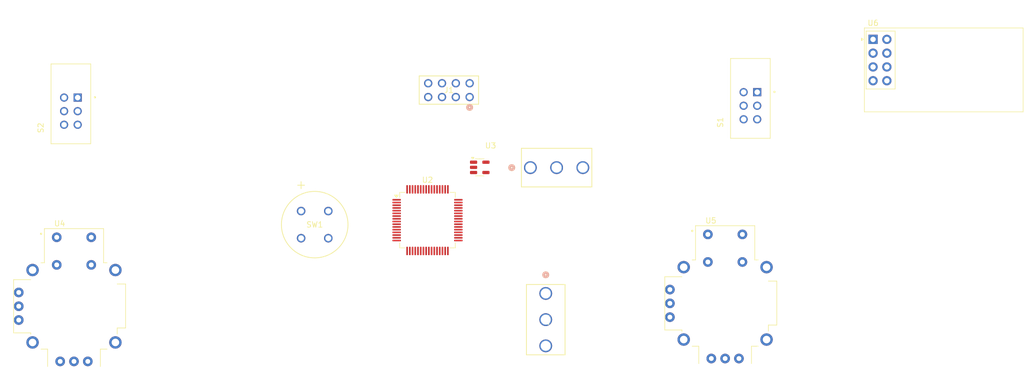
<source format=kicad_pcb>
(kicad_pcb (version 20240108) (generator "pcbnew") (generator_version "8.0")
  (layers (0 "F.Cu" signal) (31 "B.Cu" signal) (34 "B.Paste" user) (35 "F.Paste" user) (36 "B.SilkS" user "B.Silkscreen") (37 "F.SilkS" user "F.Silkscreen") (38 "B.Mask" user) (39 "F.Mask" user) (44 "Edge.Cuts" user))
  (net 0 "")
  (net 1 "GND")
  (net 4 "SPI1_MOSI")
  (net 9 "SPI1_SCK")
  (net 10 "SPI1_CSN")
  (net 11 "SPI1_MISO")
  (net 13 "Sw_2")
  (net 14 "Sw_3")
  (net 16 "Net-(U2-BOOT0)")
  (net 19 "SWDIO")
  (net 20 "SWCLK")
  (net 22 "NRST")
  (net 31 "Sw_1")
  (net 58 "V_in")
  (net 59 "+3.3V")
  (net 60 "V_Joystick2")
  (net 61 "H_Joystick2")
  (net 64 "SEL_Joystick2")
  (net 67 "NRF_IRQ")
  (net 68 "NRF_CE")
  (net 71 "V_Joystick1")
  (net 74 "SEL_Joystick1")
  (net 75 "H_Joystick1")
  (net 76 "V_Batt")
  (footprint "RF_Module:nRF24L01_Breakout" (layer "F.Cu") (at 256.2105 20.375)
    (property "Reference" "U6" (at 0 -3 0) (layer "F.SilkS"))
    (property "Value" "NRF24L01_Breakout")
    (fp_line (start -1.6 -2.1) (end -1.6 -2.1) (stroke (width 0.12)) (layer "F.SilkS"))
    (fp_line (start -1.6 -2.1) (end 27.6 -2.1) (stroke (width 0.12)) (layer "F.SilkS"))
    (fp_line (start -1.6 13.35) (end -1.6 -2.1) (stroke (width 0.12)) (layer "F.SilkS"))
    (fp_line (start -1.27 -1.524) (end -1.27 -1.524) (stroke (width 0.12)) (layer "F.SilkS"))
    (fp_line (start -1.27 -1.524) (end 4.064 -1.524) (stroke (width 0.12)) (layer "F.SilkS"))
    (fp_line (start -1.27 9.144) (end -1.27 -1.524) (stroke (width 0.12)) (layer "F.SilkS"))
    (fp_line (start -1.27 9.144) (end -1.27 9.144) (stroke (width 0.12)) (layer "F.SilkS"))
    (fp_line (start 4.064 -1.524) (end 4.064 9.144) (stroke (width 0.12)) (layer "F.SilkS"))
    (fp_line (start 4.064 9.144) (end -1.27 9.144) (stroke (width 0.12)) (layer "F.SilkS"))
    (fp_line (start 27.6 -2.1) (end 27.6 13.35) (stroke (width 0.12)) (layer "F.SilkS"))
    (fp_line (start 27.6 13.35) (end -1.6 13.35) (stroke (width 0.12)) (layer "F.SilkS"))
    (fp_poly (pts (xy -1.8 0) (xy -2.136 0.24) (xy -2.136 -0.24) (xy -1.8 0)) (stroke (width 0.12)) (fill solid) (layer "F.SilkS"))
    (pad "1" thru_hole rect (at 0 0) (size 1.7 1.7) (drill 1) (layers "*.Cu" "*.Mask") (net 1 "GND"))
    (pad "2" thru_hole circle (at 2.54 0) (size 1.7 1.7) (drill 1) (layers "*.Cu" "*.Mask") (net 59 "+3.3V"))
    (pad "3" thru_hole circle (at 0 2.54) (size 1.7 1.7) (drill 1) (layers "*.Cu" "*.Mask") (net 68 "NRF_CE"))
    (pad "4" thru_hole circle (at 2.54 2.54) (size 1.7 1.7) (drill 1) (layers "*.Cu" "*.Mask") (net 10 "SPI1_CSN"))
    (pad "5" thru_hole circle (at 0 5.08) (size 1.7 1.7) (drill 1) (layers "*.Cu" "*.Mask") (net 9 "SPI1_SCK"))
    (pad "6" thru_hole circle (at 2.54 5.08) (size 1.7 1.7) (drill 1) (layers "*.Cu" "*.Mask") (net 4 "SPI1_MOSI"))
    (pad "7" thru_hole circle (at 0 7.62) (size 1.7 1.7) (drill 1) (layers "*.Cu" "*.Mask") (net 11 "SPI1_MISO"))
    (pad "8" thru_hole circle (at 2.54 7.62) (size 1.7 1.7) (drill 1) (layers "*.Cu" "*.Mask") (net 67 "NRF_IRQ"))
  )
  (footprint "footprints:ANT13SEC_CRS" (layer "F.Cu") (at 193.174 44)
    (property "Reference" "U1" (at 4.826 0 0) (layer "F.SilkS"))
    (property "Value" "ANT13SECQE")
    (fp_circle (center -3.429 0) (end -3.048 0) (stroke (width 0.508)) (fill none) (layer "B.SilkS"))
    (fp_line (start -1.651 -3.556) (end -1.651 3.556) (stroke (width 0.1524)) (layer "F.SilkS"))
    (fp_line (start -1.651 3.556) (end 11.303 3.556) (stroke (width 0.1524)) (layer "F.SilkS"))
    (fp_line (start 11.303 -3.556) (end -1.651 -3.556) (stroke (width 0.1524)) (layer "F.SilkS"))
    (fp_line (start 11.303 3.556) (end 11.303 -3.556) (stroke (width 0.1524)) (layer "F.SilkS"))
    (fp_circle (center -3.429 0) (end -3.048 0) (stroke (width 0.508)) (fill none) (layer "F.SilkS"))
    (pad "1" thru_hole circle (at 0 0) (size 2.3622 2.3622) (drill 1.8542) (layers "*.Cu" "*.Mask") (net 76 "V_Batt"))
    (pad "2" thru_hole circle (at 4.826 0) (size 2.3622 2.3622) (drill 1.8542) (layers "*.Cu" "*.Mask") (net 58 "V_in"))
    (pad "3" thru_hole circle (at 9.652 0) (size 2.3622 2.3622) (drill 1.8542) (layers "*.Cu" "*.Mask"))
  )
  (footprint "footprints:XDCR_COM-09032" (layer "F.Cu") (at 109.22 69.5325)
    (property "Reference" "U4" (at -2.625 -15.235 0) (layer "F.SilkS"))
    (property "Value" "COM-09032")
    (fp_line (start -11.1 -4.9) (end -7.95 -4.9) (stroke (width 0.127)) (layer "F.SilkS"))
    (fp_line (start -11.1 4.9) (end -11.1 -4.9) (stroke (width 0.127)) (layer "F.SilkS"))
    (fp_line (start -7.95 4.9) (end -11.1 4.9) (stroke (width 0.127)) (layer "F.SilkS"))
    (fp_line (start -7.95 5.17) (end -7.95 4.9) (stroke (width 0.127)) (layer "F.SilkS"))
    (fp_line (start -6.07 -8) (end -5.45 -8) (stroke (width 0.127)) (layer "F.SilkS"))
    (fp_line (start -5.45 -14.3) (end 5.45 -14.3) (stroke (width 0.127)) (layer "F.SilkS"))
    (fp_line (start -5.45 -8) (end -5.45 -14.3) (stroke (width 0.127)) (layer "F.SilkS"))
    (fp_line (start -4.85 7.9) (end -6.07 7.9) (stroke (width 0.127)) (layer "F.SilkS"))
    (fp_line (start -4.85 11.1) (end -4.85 7.9) (stroke (width 0.127)) (layer "F.SilkS"))
    (fp_line (start 4.85 7.9) (end 4.85 11.1) (stroke (width 0.127)) (layer "F.SilkS"))
    (fp_line (start 5.45 -14.3) (end 5.45 -8) (stroke (width 0.127)) (layer "F.SilkS"))
    (fp_line (start 5.45 -8) (end 6.08 -8) (stroke (width 0.127)) (layer "F.SilkS"))
    (fp_line (start 6.08 7.9) (end 4.85 7.9) (stroke (width 0.127)) (layer "F.SilkS"))
    (fp_line (start 7.95 -4.1) (end 9.5 -4.1) (stroke (width 0.127)) (layer "F.SilkS"))
    (fp_line (start 7.95 4) (end 7.95 5.12) (stroke (width 0.127)) (layer "F.SilkS"))
    (fp_line (start 9.5 -4.1) (end 9.5 4) (stroke (width 0.127)) (layer "F.SilkS"))
    (fp_line (start 9.5 4) (end 7.95 4) (stroke (width 0.127)) (layer "F.SilkS"))
    (fp_circle (center -6.05 -13.35) (end -5.95 -13.35) (stroke (width 0.2)) (fill none) (layer "F.SilkS"))
    (pad "B1A" thru_hole circle (at -3.175 -12.7) (size 1.778 1.778) (drill 0.9) (layers "*.Cu" "*.Mask") (net 74 "SEL_Joystick1"))
    (pad "B1B" thru_hole circle (at 3.175 -12.7) (size 1.778 1.778) (drill 0.9) (layers "*.Cu" "*.Mask"))
    (pad "B2A" thru_hole circle (at -3.175 -7.62) (size 1.778 1.778) (drill 0.9) (layers "*.Cu" "*.Mask") (net 1 "GND"))
    (pad "B2B" thru_hole circle (at 3.175 -7.62) (size 1.778 1.778) (drill 0.9) (layers "*.Cu" "*.Mask"))
    (pad "H1" thru_hole circle (at -2.54 10.16) (size 1.778 1.778) (drill 0.889) (layers "*.Cu" "*.Mask") (net 59 "+3.3V"))
    (pad "H2" thru_hole circle (at 0 10.16) (size 1.778 1.778) (drill 0.889) (layers "*.Cu" "*.Mask") (net 75 "H_Joystick1"))
    (pad "H3" thru_hole circle (at 2.54 10.16) (size 1.778 1.778) (drill 0.889) (layers "*.Cu" "*.Mask") (net 1 "GND"))
    (pad "S1" thru_hole circle (at -7.62 -6.6675) (size 2.286 2.286) (drill 1.397) (layers "*.Cu" "*.Mask"))
    (pad "S2" thru_hole circle (at -7.62 6.6675) (size 2.286 2.286) (drill 1.397) (layers "*.Cu" "*.Mask"))
    (pad "S3" thru_hole circle (at 7.62 6.6675) (size 2.286 2.286) (drill 1.397) (layers "*.Cu" "*.Mask"))
    (pad "S4" thru_hole circle (at 7.62 -6.6675) (size 2.286 2.286) (drill 1.397) (layers "*.Cu" "*.Mask"))
    (pad "V1" thru_hole circle (at -10.16 -2.54) (size 1.778 1.778) (drill 0.889) (layers "*.Cu" "*.Mask") (net 59 "+3.3V"))
    (pad "V2" thru_hole circle (at -10.16 0) (size 1.778 1.778) (drill 0.889) (layers "*.Cu" "*.Mask") (net 71 "V_Joystick1"))
    (pad "V3" thru_hole circle (at -10.16 2.54) (size 1.778 1.778) (drill 0.889) (layers "*.Cu" "*.Mask") (net 1 "GND"))
  )
  (footprint "Package_TO_SOT_SMD:SOT-23-5" (layer "F.Cu") (at 183.8625 43.95)
    (property "Reference" "U3" (at 2 -4 0) (layer "F.SilkS"))
    (property "Value" "MIC5205-3.3YM5" (hide yes))
    (fp_line (start 0 -1.56) (end -0.8 -1.56) (stroke (width 0.12)) (layer "F.SilkS"))
    (fp_line (start 0 -1.56) (end 0.8 -1.56) (stroke (width 0.12)) (layer "F.SilkS"))
    (fp_line (start 0 1.56) (end -0.8 1.56) (stroke (width 0.12)) (layer "F.SilkS"))
    (fp_line (start 0 1.56) (end 0.8 1.56) (stroke (width 0.12)) (layer "F.SilkS"))
    (fp_poly (pts (xy -1.3 -1.51) (xy -1.54 -1.84) (xy -1.06 -1.84) (xy -1.3 -1.51)) (stroke (width 0.12)) (fill solid) (layer "F.SilkS"))
    (pad "1" smd roundrect (at -1.1375 -0.95) (size 1.325 0.6) (layers "F.Cu" "F.Paste" "F.Mask") (net 58 "V_in"))
    (pad "2" smd roundrect (at -1.1375 0) (size 1.325 0.6) (layers "F.Cu" "F.Paste" "F.Mask") (net 1 "GND"))
    (pad "3" smd roundrect (at -1.1375 0.95) (size 1.325 0.6) (layers "F.Cu" "F.Paste" "F.Mask") (net 58 "V_in"))
    (pad "4" smd roundrect (at 1.1375 0.95) (size 1.325 0.6) (layers "F.Cu" "F.Paste" "F.Mask"))
    (pad "5" smd roundrect (at 1.1375 -0.95) (size 1.325 0.6) (layers "F.Cu" "F.Paste" "F.Mask") (net 59 "+3.3V"))
  )
  (footprint "KiCAD libraries:SW_PBH2UOANAGX" (layer "F.Cu") (at 233.65 31.25 90)
    (property "Reference" "S1" (at -4.425 -5.535 90) (layer "F.SilkS"))
    (property "Value" "PBH2UOANAGX")
    (fp_line (start 7.35 -3.65) (end -7.35 -3.65) (stroke (width 0.127)) (layer "F.SilkS"))
    (fp_line (start -7.35 -3.65) (end -7.35 3.65) (stroke (width 0.127)) (layer "F.SilkS"))
    (fp_line (start 7.35 3.65) (end 7.35 -3.65) (stroke (width 0.127)) (layer "F.SilkS"))
    (fp_line (start -7.35 3.65) (end 7.35 3.65) (stroke (width 0.127)) (layer "F.SilkS"))
    (fp_circle (center 1.201 4.425) (end 1.301 4.425) (stroke (width 0.2)) (fill none) (layer "F.SilkS"))
    (pad "1" thru_hole rect (at 1.15 1.25 90) (size 1.508 1.508) (drill 1) (layers "*.Cu" "*.Mask") (net 1 "GND"))
    (pad "2" thru_hole circle (at -1.35 1.25 90) (size 1.508 1.508) (drill 1) (layers "*.Cu" "*.Mask") (net 13 "Sw_2"))
    (pad "3" thru_hole circle (at -3.85 1.25 90) (size 1.508 1.508) (drill 1) (layers "*.Cu" "*.Mask") (net 59 "+3.3V"))
    (pad "4" thru_hole circle (at 1.15 -1.25 90) (size 1.508 1.508) (drill 1) (layers "*.Cu" "*.Mask") (net 1 "GND"))
    (pad "5" thru_hole circle (at -1.35 -1.25 90) (size 1.508 1.508) (drill 1) (layers "*.Cu" "*.Mask") (net 13 "Sw_2"))
    (pad "6" thru_hole circle (at -3.85 -1.25 90) (size 1.508 1.508) (drill 1) (layers "*.Cu" "*.Mask") (net 59 "+3.3V"))
  )
  (footprint "footprints:CON8_2X4_TU_SSQ" (layer "F.Cu") (at 178.19 29.73)
    (property "Reference" "J1" (at 0 0 0) (layer "F.SilkS"))
    (property "Value" "SSW-104-01-T-D-LL")
    (fp_circle (center 3.81 3.175) (end 4.191 3.175) (stroke (width 0.508)) (fill none) (layer "B.SilkS"))
    (fp_line (start -5.461 -2.6162) (end -5.461 2.5908) (stroke (width 0.1524)) (layer "F.SilkS"))
    (fp_line (start -5.461 2.5908) (end 5.461 2.5908) (stroke (width 0.1524)) (layer "F.SilkS"))
    (fp_line (start 5.461 -2.6162) (end -5.461 -2.6162) (stroke (width 0.1524)) (layer "F.SilkS"))
    (fp_line (start 5.461 2.5908) (end 5.461 -2.6162) (stroke (width 0.1524)) (layer "F.SilkS"))
    (fp_circle (center 3.81 3.175) (end 4.191 3.175) (stroke (width 0.508)) (fill none) (layer "F.SilkS"))
    (pad "1" thru_hole circle (at 3.81 1.27 90) (size 1.524 1.524) (drill 1.016) (layers "*.Cu" "*.Mask") (net 1 "GND"))
    (pad "2" thru_hole circle (at 3.81 -1.27 90) (size 1.524 1.524) (drill 1.016) (layers "*.Cu" "*.Mask") (net 59 "+3.3V"))
    (pad "3" thru_hole circle (at 1.27 1.27 90) (size 1.524 1.524) (drill 1.016) (layers "*.Cu" "*.Mask") (net 68 "NRF_CE"))
    (pad "4" thru_hole circle (at 1.27 -1.27 90) (size 1.524 1.524) (drill 1.016) (layers "*.Cu" "*.Mask") (net 10 "SPI1_CSN"))
    (pad "5" thru_hole circle (at -1.27 1.27 90) (size 1.524 1.524) (drill 1.016) (layers "*.Cu" "*.Mask") (net 9 "SPI1_SCK"))
    (pad "6" thru_hole circle (at -1.27 -1.27 90) (size 1.524 1.524) (drill 1.016) (layers "*.Cu" "*.Mask") (net 4 "SPI1_MOSI"))
    (pad "7" thru_hole circle (at -3.81 1.27 90) (size 1.524 1.524) (drill 1.016) (layers "*.Cu" "*.Mask") (net 11 "SPI1_MISO"))
    (pad "8" thru_hole circle (at -3.81 -1.27 90) (size 1.524 1.524) (drill 1.016) (layers "*.Cu" "*.Mask") (net 67 "NRF_IRQ"))
  )
  (footprint "Package_QFP:LQFP-64_10x10mm_P0.5mm" (layer "F.Cu") (at 174.25 53.675)
    (property "Reference" "U2" (at 0 -7.4 0) (layer "F.SilkS"))
    (property "Value" "STM32F030R8Tx")
    (fp_line (start -5.11 -5.11) (end -5.11 -4.16) (stroke (width 0.12)) (layer "F.SilkS"))
    (fp_line (start -5.11 5.11) (end -5.11 4.16) (stroke (width 0.12)) (layer "F.SilkS"))
    (fp_line (start -4.16 -5.11) (end -5.11 -5.11) (stroke (width 0.12)) (layer "F.SilkS"))
    (fp_line (start -4.16 5.11) (end -5.11 5.11) (stroke (width 0.12)) (layer "F.SilkS"))
    (fp_line (start 4.16 -5.11) (end 5.11 -5.11) (stroke (width 0.12)) (layer "F.SilkS"))
    (fp_line (start 4.16 5.11) (end 5.11 5.11) (stroke (width 0.12)) (layer "F.SilkS"))
    (fp_line (start 5.11 -5.11) (end 5.11 -4.16) (stroke (width 0.12)) (layer "F.SilkS"))
    (fp_line (start 5.11 5.11) (end 5.11 4.16) (stroke (width 0.12)) (layer "F.SilkS"))
    (fp_poly (pts (xy -5.725 -4.16) (xy -6.065 -4.63) (xy -5.385 -4.63) (xy -5.725 -4.16)) (stroke (width 0.12)) (fill solid) (layer "F.SilkS"))
    (pad "1" smd roundrect (at -5.675 -3.75) (size 1.55 0.3) (layers "F.Cu" "F.Paste" "F.Mask"))
    (pad "2" smd roundrect (at -5.675 -3.25) (size 1.55 0.3) (layers "F.Cu" "F.Paste" "F.Mask"))
    (pad "3" smd roundrect (at -5.675 -2.75) (size 1.55 0.3) (layers "F.Cu" "F.Paste" "F.Mask"))
    (pad "4" smd roundrect (at -5.675 -2.25) (size 1.55 0.3) (layers "F.Cu" "F.Paste" "F.Mask"))
    (pad "5" smd roundrect (at -5.675 -1.75) (size 1.55 0.3) (layers "F.Cu" "F.Paste" "F.Mask"))
    (pad "6" smd roundrect (at -5.675 -1.25) (size 1.55 0.3) (layers "F.Cu" "F.Paste" "F.Mask"))
    (pad "7" smd roundrect (at -5.675 -0.75) (size 1.55 0.3) (layers "F.Cu" "F.Paste" "F.Mask") (net 22 "NRST"))
    (pad "8" smd roundrect (at -5.675 -0.25) (size 1.55 0.3) (layers "F.Cu" "F.Paste" "F.Mask"))
    (pad "9" smd roundrect (at -5.675 0.25) (size 1.55 0.3) (layers "F.Cu" "F.Paste" "F.Mask"))
    (pad "10" smd roundrect (at -5.675 0.75) (size 1.55 0.3) (layers "F.Cu" "F.Paste" "F.Mask"))
    (pad "11" smd roundrect (at -5.675 1.25) (size 1.55 0.3) (layers "F.Cu" "F.Paste" "F.Mask"))
    (pad "12" smd roundrect (at -5.675 1.75) (size 1.55 0.3) (layers "F.Cu" "F.Paste" "F.Mask") (net 1 "GND"))
    (pad "13" smd roundrect (at -5.675 2.25) (size 1.55 0.3) (layers "F.Cu" "F.Paste" "F.Mask"))
    (pad "14" smd roundrect (at -5.675 2.75) (size 1.55 0.3) (layers "F.Cu" "F.Paste" "F.Mask"))
    (pad "15" smd roundrect (at -5.675 3.25) (size 1.55 0.3) (layers "F.Cu" "F.Paste" "F.Mask") (net 31 "Sw_1"))
    (pad "16" smd roundrect (at -5.675 3.75) (size 1.55 0.3) (layers "F.Cu" "F.Paste" "F.Mask") (net 13 "Sw_2"))
    (pad "17" smd roundrect (at -3.75 5.675) (size 0.3 1.55) (layers "F.Cu" "F.Paste" "F.Mask") (net 14 "Sw_3"))
    (pad "18" smd roundrect (at -3.25 5.675) (size 0.3 1.55) (layers "F.Cu" "F.Paste" "F.Mask"))
    (pad "19" smd roundrect (at -2.75 5.675) (size 0.3 1.55) (layers "F.Cu" "F.Paste" "F.Mask"))
    (pad "20" smd roundrect (at -2.25 5.675) (size 0.3 1.55) (layers "F.Cu" "F.Paste" "F.Mask") (net 10 "SPI1_CSN"))
    (pad "21" smd roundrect (at -1.75 5.675) (size 0.3 1.55) (layers "F.Cu" "F.Paste" "F.Mask") (net 9 "SPI1_SCK"))
    (pad "22" smd roundrect (at -1.25 5.675) (size 0.3 1.55) (layers "F.Cu" "F.Paste" "F.Mask") (net 11 "SPI1_MISO"))
    (pad "23" smd roundrect (at -0.75 5.675) (size 0.3 1.55) (layers "F.Cu" "F.Paste" "F.Mask") (net 4 "SPI1_MOSI"))
    (pad "24" smd roundrect (at -0.25 5.675) (size 0.3 1.55) (layers "F.Cu" "F.Paste" "F.Mask"))
    (pad "25" smd roundrect (at 0.25 5.675) (size 0.3 1.55) (layers "F.Cu" "F.Paste" "F.Mask"))
    (pad "26" smd roundrect (at 0.75 5.675) (size 0.3 1.55) (layers "F.Cu" "F.Paste" "F.Mask") (net 64 "SEL_Joystick2"))
    (pad "27" smd roundrect (at 1.25 5.675) (size 0.3 1.55) (layers "F.Cu" "F.Paste" "F.Mask"))
    (pad "28" smd roundrect (at 1.75 5.675) (size 0.3 1.55) (layers "F.Cu" "F.Paste" "F.Mask"))
    (pad "29" smd roundrect (at 2.25 5.675) (size 0.3 1.55) (layers "F.Cu" "F.Paste" "F.Mask"))
    (pad "30" smd roundrect (at 2.75 5.675) (size 0.3 1.55) (layers "F.Cu" "F.Paste" "F.Mask"))
    (pad "31" smd roundrect (at 3.25 5.675) (size 0.3 1.55) (layers "F.Cu" "F.Paste" "F.Mask") (net 1 "GND"))
    (pad "32" smd roundrect (at 3.75 5.675) (size 0.3 1.55) (layers "F.Cu" "F.Paste" "F.Mask"))
    (pad "33" smd roundrect (at 5.675 3.75) (size 1.55 0.3) (layers "F.Cu" "F.Paste" "F.Mask"))
    (pad "34" smd roundrect (at 5.675 3.25) (size 1.55 0.3) (layers "F.Cu" "F.Paste" "F.Mask"))
    (pad "35" smd roundrect (at 5.675 2.75) (size 1.55 0.3) (layers "F.Cu" "F.Paste" "F.Mask"))
    (pad "36" smd roundrect (at 5.675 2.25) (size 1.55 0.3) (layers "F.Cu" "F.Paste" "F.Mask"))
    (pad "37" smd roundrect (at 5.675 1.75) (size 1.55 0.3) (layers "F.Cu" "F.Paste" "F.Mask"))
    (pad "38" smd roundrect (at 5.675 1.25) (size 1.55 0.3) (layers "F.Cu" "F.Paste" "F.Mask"))
    (pad "39" smd roundrect (at 5.675 0.75) (size 1.55 0.3) (layers "F.Cu" "F.Paste" "F.Mask"))
    (pad "40" smd roundrect (at 5.675 0.25) (size 1.55 0.3) (layers "F.Cu" "F.Paste" "F.Mask"))
    (pad "41" smd roundrect (at 5.675 -0.25) (size 1.55 0.3) (layers "F.Cu" "F.Paste" "F.Mask"))
    (pad "42" smd roundrect (at 5.675 -0.75) (size 1.55 0.3) (layers "F.Cu" "F.Paste" "F.Mask") (net 71 "V_Joystick1"))
    (pad "43" smd roundrect (at 5.675 -1.25) (size 1.55 0.3) (layers "F.Cu" "F.Paste" "F.Mask") (net 75 "H_Joystick1"))
    (pad "44" smd roundrect (at 5.675 -1.75) (size 1.55 0.3) (layers "F.Cu" "F.Paste" "F.Mask") (net 74 "SEL_Joystick1"))
    (pad "45" smd roundrect (at 5.675 -2.25) (size 1.55 0.3) (layers "F.Cu" "F.Paste" "F.Mask") (net 60 "V_Joystick2"))
    (pad "46" smd roundrect (at 5.675 -2.75) (size 1.55 0.3) (layers "F.Cu" "F.Paste" "F.Mask") (net 19 "SWDIO"))
    (pad "47" smd roundrect (at 5.675 -3.25) (size 1.55 0.3) (layers "F.Cu" "F.Paste" "F.Mask"))
    (pad "48" smd roundrect (at 5.675 -3.75) (size 1.55 0.3) (layers "F.Cu" "F.Paste" "F.Mask"))
    (pad "49" smd roundrect (at 3.75 -5.675) (size 0.3 1.55) (layers "F.Cu" "F.Paste" "F.Mask") (net 20 "SWCLK"))
    (pad "50" smd roundrect (at 3.25 -5.675) (size 0.3 1.55) (layers "F.Cu" "F.Paste" "F.Mask") (net 61 "H_Joystick2"))
    (pad "51" smd roundrect (at 2.75 -5.675) (size 0.3 1.55) (layers "F.Cu" "F.Paste" "F.Mask"))
    (pad "52" smd roundrect (at 2.25 -5.675) (size 0.3 1.55) (layers "F.Cu" "F.Paste" "F.Mask"))
    (pad "53" smd roundrect (at 1.75 -5.675) (size 0.3 1.55) (layers "F.Cu" "F.Paste" "F.Mask"))
    (pad "54" smd roundrect (at 1.25 -5.675) (size 0.3 1.55) (layers "F.Cu" "F.Paste" "F.Mask"))
    (pad "55" smd roundrect (at 0.75 -5.675) (size 0.3 1.55) (layers "F.Cu" "F.Paste" "F.Mask"))
    (pad "56" smd roundrect (at 0.25 -5.675) (size 0.3 1.55) (layers "F.Cu" "F.Paste" "F.Mask"))
    (pad "57" smd roundrect (at -0.25 -5.675) (size 0.3 1.55) (layers "F.Cu" "F.Paste" "F.Mask"))
    (pad "58" smd roundrect (at -0.75 -5.675) (size 0.3 1.55) (layers "F.Cu" "F.Paste" "F.Mask"))
    (pad "59" smd roundrect (at -1.25 -5.675) (size 0.3 1.55) (layers "F.Cu" "F.Paste" "F.Mask"))
    (pad "60" smd roundrect (at -1.75 -5.675) (size 0.3 1.55) (layers "F.Cu" "F.Paste" "F.Mask") (net 16 "Net-(U2-BOOT0)"))
    (pad "61" smd roundrect (at -2.25 -5.675) (size 0.3 1.55) (layers "F.Cu" "F.Paste" "F.Mask"))
    (pad "62" smd roundrect (at -2.75 -5.675) (size 0.3 1.55) (layers "F.Cu" "F.Paste" "F.Mask"))
    (pad "63" smd roundrect (at -3.25 -5.675) (size 0.3 1.55) (layers "F.Cu" "F.Paste" "F.Mask") (net 1 "GND"))
    (pad "64" smd roundrect (at -3.75 -5.675) (size 0.3 1.55) (layers "F.Cu" "F.Paste" "F.Mask"))
  )
  (footprint "KiCAD libraries:SW_PBH2UOANAGX" (layer "F.Cu") (at 108.65 32.25 90)
    (property "Reference" "S2" (at -4.425 -5.535 90) (layer "F.SilkS"))
    (property "Value" "PBH2UOANAGX")
    (fp_line (start 7.35 -3.65) (end -7.35 -3.65) (stroke (width 0.127)) (layer "F.SilkS"))
    (fp_line (start -7.35 -3.65) (end -7.35 3.65) (stroke (width 0.127)) (layer "F.SilkS"))
    (fp_line (start 7.35 3.65) (end 7.35 -3.65) (stroke (width 0.127)) (layer "F.SilkS"))
    (fp_line (start -7.35 3.65) (end 7.35 3.65) (stroke (width 0.127)) (layer "F.SilkS"))
    (fp_circle (center 1.201 4.425) (end 1.301 4.425) (stroke (width 0.2)) (fill none) (layer "F.SilkS"))
    (pad "1" thru_hole rect (at 1.15 1.25 90) (size 1.508 1.508) (drill 1) (layers "*.Cu" "*.Mask"))
    (pad "2" thru_hole circle (at -1.35 1.25 90) (size 1.508 1.508) (drill 1) (layers "*.Cu" "*.Mask"))
    (pad "3" thru_hole circle (at -3.85 1.25 90) (size 1.508 1.508) (drill 1) (layers "*.Cu" "*.Mask"))
    (pad "4" thru_hole circle (at 1.15 -1.25 90) (size 1.508 1.508) (drill 1) (layers "*.Cu" "*.Mask"))
    (pad "5" thru_hole circle (at -1.35 -1.25 90) (size 1.508 1.508) (drill 1) (layers "*.Cu" "*.Mask"))
    (pad "6" thru_hole circle (at -3.85 -1.25 90) (size 1.508 1.508) (drill 1) (layers "*.Cu" "*.Mask"))
  )
  (footprint "footprints:ANT13SEC_CRS" (layer "F.Cu") (at 196 67.174 -90)
    (property "Reference" "U7" (at 4.826 0 -90) (layer "F.SilkS"))
    (property "Value" "ANT13SECQE")
    (fp_circle (center -3.429 0) (end -3.048 0) (stroke (width 0.508)) (fill none) (layer "B.SilkS"))
    (fp_line (start -1.651 3.556) (end 11.303 3.556) (stroke (width 0.1524)) (layer "F.SilkS"))
    (fp_line (start 11.303 3.556) (end 11.303 -3.556) (stroke (width 0.1524)) (layer "F.SilkS"))
    (fp_line (start -1.651 -3.556) (end -1.651 3.556) (stroke (width 0.1524)) (layer "F.SilkS"))
    (fp_line (start 11.303 -3.556) (end -1.651 -3.556) (stroke (width 0.1524)) (layer "F.SilkS"))
    (fp_circle (center -3.429 0) (end -3.048 0) (stroke (width 0.508)) (fill none) (layer "F.SilkS"))
    (pad "1" thru_hole circle (at 0 0 270) (size 2.3622 2.3622) (drill 1.8542) (layers "*.Cu" "*.Mask") (net 31 "Sw_1"))
    (pad "2" thru_hole circle (at 4.826 0 270) (size 2.3622 2.3622) (drill 1.8542) (layers "*.Cu" "*.Mask") (net 59 "+3.3V"))
    (pad "3" thru_hole circle (at 9.652 0 270) (size 2.3622 2.3622) (drill 1.8542) (layers "*.Cu" "*.Mask") (net 1 "GND"))
  )
  (footprint "footprints:XDCR_COM-09032" (layer "F.Cu") (at 229 69)
    (property "Reference" "U5" (at -2.625 -15.235 0) (layer "F.SilkS"))
    (property "Value" "COM-09032")
    (fp_line (start -11.1 -4.9) (end -7.95 -4.9) (stroke (width 0.127)) (layer "F.SilkS"))
    (fp_line (start -11.1 4.9) (end -11.1 -4.9) (stroke (width 0.127)) (layer "F.SilkS"))
    (fp_line (start -7.95 4.9) (end -11.1 4.9) (stroke (width 0.127)) (layer "F.SilkS"))
    (fp_line (start -7.95 5.17) (end -7.95 4.9) (stroke (width 0.127)) (layer "F.SilkS"))
    (fp_line (start -6.07 -8) (end -5.45 -8) (stroke (width 0.127)) (layer "F.SilkS"))
    (fp_line (start -5.45 -14.3) (end 5.45 -14.3) (stroke (width 0.127)) (layer "F.SilkS"))
    (fp_line (start -5.45 -8) (end -5.45 -14.3) (stroke (width 0.127)) (layer "F.SilkS"))
    (fp_line (start -4.85 7.9) (end -6.07 7.9) (stroke (width 0.127)) (layer "F.SilkS"))
    (fp_line (start -4.85 11.1) (end -4.85 7.9) (stroke (width 0.127)) (layer "F.SilkS"))
    (fp_line (start 4.85 7.9) (end 4.85 11.1) (stroke (width 0.127)) (layer "F.SilkS"))
    (fp_line (start 5.45 -14.3) (end 5.45 -8) (stroke (width 0.127)) (layer "F.SilkS"))
    (fp_line (start 5.45 -8) (end 6.08 -8) (stroke (width 0.127)) (layer "F.SilkS"))
    (fp_line (start 6.08 7.9) (end 4.85 7.9) (stroke (width 0.127)) (layer "F.SilkS"))
    (fp_line (start 7.95 -4.1) (end 9.5 -4.1) (stroke (width 0.127)) (layer "F.SilkS"))
    (fp_line (start 7.95 4) (end 7.95 5.12) (stroke (width 0.127)) (layer "F.SilkS"))
    (fp_line (start 9.5 -4.1) (end 9.5 4) (stroke (width 0.127)) (layer "F.SilkS"))
    (fp_line (start 9.5 4) (end 7.95 4) (stroke (width 0.127)) (layer "F.SilkS"))
    (fp_circle (center -6.05 -13.35) (end -5.95 -13.35) (stroke (width 0.2)) (fill none) (layer "F.SilkS"))
    (pad "B1A" thru_hole circle (at -3.175 -12.7) (size 1.778 1.778) (drill 0.9) (layers "*.Cu" "*.Mask") (net 64 "SEL_Joystick2"))
    (pad "B1B" thru_hole circle (at 3.175 -12.7) (size 1.778 1.778) (drill 0.9) (layers "*.Cu" "*.Mask"))
    (pad "B2A" thru_hole circle (at -3.175 -7.62) (size 1.778 1.778) (drill 0.9) (layers "*.Cu" "*.Mask") (net 1 "GND"))
    (pad "B2B" thru_hole circle (at 3.175 -7.62) (size 1.778 1.778) (drill 0.9) (layers "*.Cu" "*.Mask"))
    (pad "H1" thru_hole circle (at -2.54 10.16) (size 1.778 1.778) (drill 0.889) (layers "*.Cu" "*.Mask") (net 59 "+3.3V"))
    (pad "H2" thru_hole circle (at 0 10.16) (size 1.778 1.778) (drill 0.889) (layers "*.Cu" "*.Mask") (net 61 "H_Joystick2"))
    (pad "H3" thru_hole circle (at 2.54 10.16) (size 1.778 1.778) (drill 0.889) (layers "*.Cu" "*.Mask") (net 1 "GND"))
    (pad "S1" thru_hole circle (at -7.62 -6.6675) (size 2.286 2.286) (drill 1.397) (layers "*.Cu" "*.Mask"))
    (pad "S2" thru_hole circle (at -7.62 6.6675) (size 2.286 2.286) (drill 1.397) (layers "*.Cu" "*.Mask"))
    (pad "S3" thru_hole circle (at 7.62 6.6675) (size 2.286 2.286) (drill 1.397) (layers "*.Cu" "*.Mask"))
    (pad "S4" thru_hole circle (at 7.62 -6.6675) (size 2.286 2.286) (drill 1.397) (layers "*.Cu" "*.Mask"))
    (pad "V1" thru_hole circle (at -10.16 -2.54) (size 1.778 1.778) (drill 0.889) (layers "*.Cu" "*.Mask") (net 59 "+3.3V"))
    (pad "V2" thru_hole circle (at -10.16 0) (size 1.778 1.778) (drill 0.889) (layers "*.Cu" "*.Mask") (net 60 "V_Joystick2"))
    (pad "V3" thru_hole circle (at -10.16 2.54) (size 1.778 1.778) (drill 0.889) (layers "*.Cu" "*.Mask") (net 1 "GND"))
  )
  (footprint "footprints:D6R90_CNK" (layer "F.Cu") (at 151 52)
    (property "Reference" "SW1" (at 2.5 2.499995 0) (layer "F.SilkS"))
    (property "Value" "D6R90F2LFS")
    (fp_line (start -0.635 -4.764405) (end 0.635 -4.764405) (stroke (width 0.1524)) (layer "F.SilkS"))
    (fp_line (start 0 -4.129405) (end 0 -5.399405) (stroke (width 0.1524)) (layer "F.SilkS"))
    (fp_circle (center 2.5 2.499995) (end 8.6214 2.499995) (stroke (width 0.1524)) (fill none) (layer "F.SilkS"))
    (pad "1" thru_hole circle (at 0 0) (size 1.5748 1.5748) (drill 1.0668) (layers "*.Cu" "*.Mask") (net 59 "+3.3V"))
    (pad "2" thru_hole circle (at 5 0) (size 1.5748 1.5748) (drill 1.0668) (layers "*.Cu" "*.Mask") (net 16 "Net-(U2-BOOT0)"))
    (pad "3" thru_hole circle (at 5 4.99999) (size 1.5748 1.5748) (drill 1.0668) (layers "*.Cu" "*.Mask") (net 16 "Net-(U2-BOOT0)"))
    (pad "4" thru_hole circle (at 0 4.99999) (size 1.5748 1.5748) (drill 1.0668) (layers "*.Cu" "*.Mask") (net 59 "+3.3V"))
  )
)
</source>
